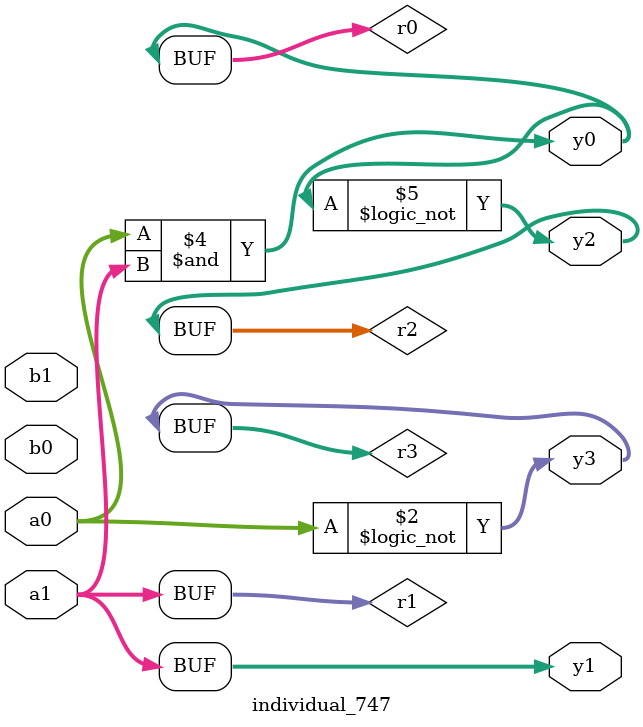
<source format=sv>
module individual_747(input logic [15:0] a1, input logic [15:0] a0, input logic [15:0] b1, input logic [15:0] b0, output logic [15:0] y3, output logic [15:0] y2, output logic [15:0] y1, output logic [15:0] y0);
logic [15:0] r0, r1, r2, r3; 
 always@(*) begin 
	 r0 = a0; r1 = a1; r2 = b0; r3 = b1; 
 	 r3 = ! a0 ;
 	 r2  ^=  r0 ;
 	 r0  &=  a1 ;
 	 r2 = ! r0 ;
 	 y3 = r3; y2 = r2; y1 = r1; y0 = r0; 
end
endmodule
</source>
